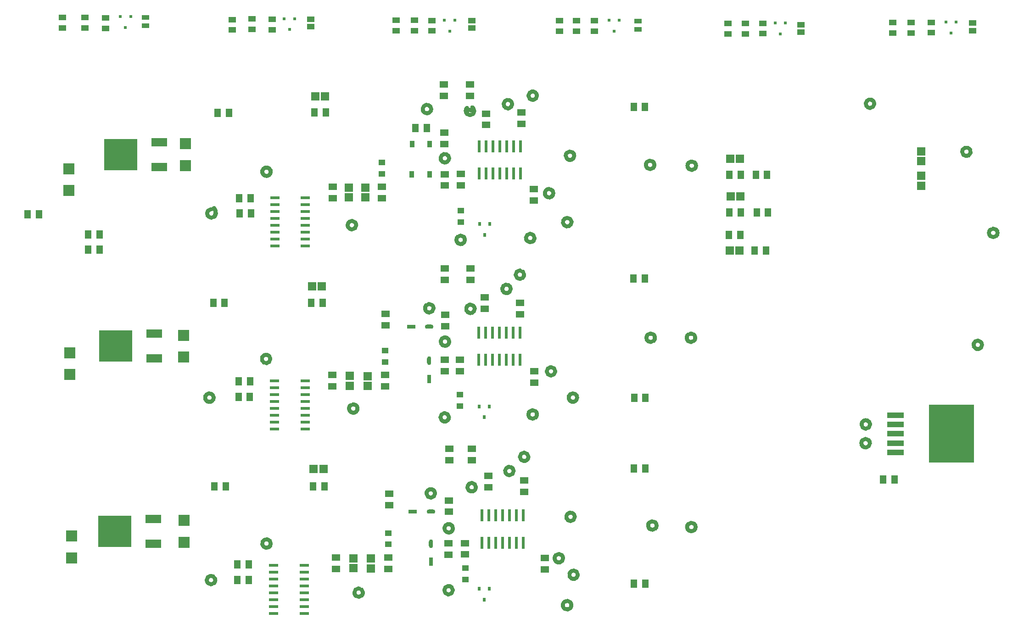
<source format=gtp>
G04*
G04 #@! TF.GenerationSoftware,Altium Limited,Altium Designer,21.6.4 (81)*
G04*
G04 Layer_Color=8421504*
%FSLAX44Y44*%
%MOMM*%
G71*
G04*
G04 #@! TF.SameCoordinates,237C1AA0-54E4-4B3D-89E3-81C07F55AAFC*
G04*
G04*
G04 #@! TF.FilePolarity,Positive*
G04*
G01*
G75*
%ADD16R,0.5000X0.6000*%
%ADD17R,0.5000X0.6000*%
%ADD18C,0.7620*%
%ADD19R,1.5082X1.2065*%
%ADD20R,0.5580X2.2700*%
%ADD21R,1.2065X1.5082*%
%ADD22R,1.5046X1.5562*%
%ADD23R,0.6000X0.7000*%
%ADD24R,0.9100X1.2200*%
G04:AMPARAMS|DCode=25|XSize=1.6071mm|YSize=0.7621mm|CornerRadius=0.3811mm|HoleSize=0mm|Usage=FLASHONLY|Rotation=0.000|XOffset=0mm|YOffset=0mm|HoleType=Round|Shape=RoundedRectangle|*
%AMROUNDEDRECTD25*
21,1,1.6071,0.0000,0,0,0.0*
21,1,0.8450,0.7621,0,0,0.0*
1,1,0.7621,0.4225,0.0000*
1,1,0.7621,-0.4225,0.0000*
1,1,0.7621,-0.4225,0.0000*
1,1,0.7621,0.4225,0.0000*
%
%ADD25ROUNDEDRECTD25*%
%ADD26R,1.6071X0.7621*%
G04:AMPARAMS|DCode=27|XSize=1.6071mm|YSize=0.7621mm|CornerRadius=0.3811mm|HoleSize=0mm|Usage=FLASHONLY|Rotation=90.000|XOffset=0mm|YOffset=0mm|HoleType=Round|Shape=RoundedRectangle|*
%AMROUNDEDRECTD27*
21,1,1.6071,0.0000,0,0,90.0*
21,1,0.8450,0.7621,0,0,90.0*
1,1,0.7621,0.0000,0.4225*
1,1,0.7621,0.0000,-0.4225*
1,1,0.7621,0.0000,-0.4225*
1,1,0.7621,0.0000,0.4225*
%
%ADD27ROUNDEDRECTD27*%
%ADD28R,0.7621X1.6071*%
%ADD29R,1.2000X1.1000*%
%ADD30R,1.4082X1.0065*%
%ADD31R,1.3500X0.9500*%
%ADD32R,1.3562X1.1046*%
%ADD33R,1.5562X1.5046*%
%ADD34R,8.3800X10.6600*%
%ADD35R,3.0500X1.0160*%
%ADD36R,1.6637X0.5588*%
%ADD37R,6.2000X5.8000*%
%ADD38R,3.0000X1.6000*%
%ADD39R,2.0000X2.0000*%
D16*
X826110Y1707995D02*
D03*
X807110D02*
D03*
X816610Y1687990D02*
D03*
X1128522Y1704087D02*
D03*
X1424026Y1701387D02*
D03*
X1405026D02*
D03*
X1414526Y1681386D02*
D03*
X1727200Y1701038D02*
D03*
X2033778Y1696212D02*
D03*
X2348840Y1697576D02*
D03*
X2339340Y1677576D02*
D03*
D17*
X1109522Y1704087D02*
D03*
X1119022Y1684086D02*
D03*
X1708200Y1701038D02*
D03*
X1717700Y1681038D02*
D03*
X2014778Y1696212D02*
D03*
X2024278Y1676212D02*
D03*
X2329840Y1697576D02*
D03*
D18*
X1567815Y1553992D02*
G03*
X1567942Y1553995I-127J7854D01*
G01*
X1559883Y1562735D02*
G03*
X1559833Y1561846I7805J-889D01*
G01*
D02*
G03*
X1562133Y1556292I7855J0D01*
G01*
D02*
G03*
X1567688Y1553991I5555J5555D01*
G01*
X1562437Y1567688D02*
G03*
X1559883Y1562735I5251J-5842D01*
G01*
X1566230Y1569565D02*
G03*
X1562437Y1567688I1458J-7719D01*
G01*
X1567688Y1553991D02*
G03*
X1567815Y1553992I-0J7855D01*
G01*
X1567942Y1553995D02*
G03*
X1568704Y1554057I-254J7851D01*
G01*
D02*
G03*
X1575543Y1561846I-1016J7789D01*
G01*
D02*
G03*
X1566230Y1569565I-7855J0D01*
G01*
X1631442Y1336529D02*
G03*
X1639297Y1328674I0J-7855D01*
G01*
X1639168Y1330091D02*
G03*
X1631442Y1336529I-7726J-1417D01*
G01*
X1639297Y1328674D02*
G03*
X1639295Y1328848I-7855J0D01*
G01*
Y1328848D02*
G03*
X1639168Y1330091I-7853J-174D01*
G01*
X1605769Y1382014D02*
G03*
X1604788Y1385816I-7855J0D01*
G01*
Y1385816D02*
G03*
X1597914Y1389869I-6874J-3802D01*
G01*
X1639043Y621792D02*
G03*
X1623469Y623250I-7855J0D01*
G01*
X1591768Y1386906D02*
G03*
X1605769Y1382014I6146J-4892D01*
G01*
X1597914Y1389869D02*
G03*
X1591768Y1386906I0J-7855D01*
G01*
X1623469Y623250D02*
G03*
X1623399Y620776I7719J-1458D01*
G01*
D02*
G03*
X1639043Y621792I7789J1016D01*
G01*
X1570971Y1299464D02*
G03*
X1563297Y1307317I-7855J0D01*
G01*
D02*
G03*
X1555304Y1300289I-181J-7853D01*
G01*
X1609325Y1053338D02*
G03*
X1601470Y1061193I-7855J0D01*
G01*
X1555304Y1300289D02*
G03*
X1570835Y1298006I7812J-825D01*
G01*
X1593615Y1053385D02*
G03*
X1601470Y1045483I7855J-47D01*
G01*
Y1061193D02*
G03*
X1593615Y1053385I0J-7855D01*
G01*
X1570835Y1298006D02*
G03*
X1570971Y1299464I-7719J1458D01*
G01*
X1601470Y1045483D02*
G03*
X1609325Y1053338I0J7855D01*
G01*
X1616964Y700617D02*
G03*
X1617980Y700818I-1016J7789D01*
G01*
X1615948Y700551D02*
G03*
X1616964Y700617I0J7855D01*
G01*
X1623803Y708406D02*
G03*
X1608100Y708755I-7855J0D01*
G01*
D02*
G03*
X1615948Y700551I7847J-349D01*
G01*
X1559795Y895604D02*
G03*
X1551940Y903459I-7855J0D01*
G01*
X1551813Y887750D02*
G03*
X1559795Y895604I127J7854D01*
G01*
X1551940Y903459D02*
G03*
X1544085Y895604I0J-7855D01*
G01*
D02*
G03*
X1551813Y887750I7855J0D01*
G01*
X1551921Y1231646D02*
G03*
X1544066Y1239501I-7855J0D01*
G01*
D02*
G03*
X1536211Y1231646I0J-7855D01*
G01*
X1544066Y1223791D02*
G03*
X1551567Y1229314I0J7855D01*
G01*
X1536211Y1231646D02*
G03*
X1544066Y1223791I7855J0D01*
G01*
X2189988Y1539259D02*
G03*
X2197839Y1546860I0J7855D01*
G01*
X2197843Y1547114D02*
G03*
X2189988Y1539259I-7855J0D01*
G01*
X1084561Y1421638D02*
G03*
X1084158Y1424122I-7855J0D01*
G01*
D02*
G03*
X1071152Y1427193I-7452J-2484D01*
G01*
D02*
G03*
X1084557Y1421384I5555J-5555D01*
G01*
D02*
G03*
X1084561Y1421638I-7851J254D01*
G01*
X1083799Y1076198D02*
G03*
X1081498Y1070643I-7855J0D01*
G01*
X2197839Y1546860D02*
G03*
X2197843Y1547114I-7851J254D01*
G01*
X2359937Y1458722D02*
G03*
X2359933Y1458468I7851J-254D01*
G01*
X2360919Y1462278D02*
G03*
X2359937Y1458722I6869J-3810D01*
G01*
X2359933Y1458468D02*
G03*
X2360919Y1462278I7855J0D01*
G01*
X1628667Y1451102D02*
G03*
X1630968Y1445547I7855J0D01*
G01*
D02*
G03*
X1644377Y1451102I5555J5555D01*
G01*
D02*
G03*
X1628667Y1451102I-7855J0D01*
G01*
X1617980Y700818D02*
G03*
X1623803Y708406I-2032J7588D01*
G01*
X1650981Y677926D02*
G03*
X1648681Y683481I-7855J0D01*
G01*
D02*
G03*
X1650944Y677164I-5555J-5555D01*
G01*
X1405382Y976357D02*
G03*
X1397527Y968600I0J-7855D01*
G01*
X1413237Y968502D02*
G03*
X1413236Y968662I-7855J0D01*
G01*
Y968662D02*
G03*
X1405382Y976357I-7854J-160D01*
G01*
X1397527Y968600D02*
G03*
X1397527Y968502I7855J-98D01*
G01*
X1404112Y960750D02*
G03*
X1413237Y968502I1270J7752D01*
G01*
X1397527D02*
G03*
X1399776Y963000I7855J0D01*
G01*
Y963000D02*
G03*
X1404112Y960750I5606J5502D01*
G01*
X1418049Y655057D02*
G03*
X1412240Y657354I-5555J-5555D01*
G01*
D02*
G03*
X1404639Y649570I254J-7851D01*
G01*
D02*
G03*
X1404639Y649503I7855J-67D01*
G01*
X1411570Y641702D02*
G03*
X1412240Y641652I924J7801D01*
G01*
X1404639Y649503D02*
G03*
X1411570Y641702I7855J0D01*
G01*
X1412240Y641652D02*
G03*
X1412475Y641648I254J7851D01*
G01*
D02*
G03*
X1412494Y641648I19J7855D01*
G01*
D02*
G03*
X1420345Y649229I0J7855D01*
G01*
X1420349Y649503D02*
G03*
X1420338Y649917I-7855J0D01*
G01*
D02*
G03*
X1418049Y655057I-7844J-414D01*
G01*
X1420345Y649229D02*
G03*
X1420348Y649358I-7850J273D01*
G01*
D02*
G03*
X1420349Y649503I-7854J145D01*
G01*
X1637538Y777005D02*
G03*
X1645393Y784860I0J7855D01*
G01*
D02*
G03*
X1637538Y777005I-7855J0D01*
G01*
X1575543Y973836D02*
G03*
X1559833Y973836I-7855J0D01*
G01*
D02*
G03*
X1575543Y973836I7855J0D01*
G01*
X1650944Y677164D02*
G03*
X1650981Y677926I-7818J762D01*
G01*
X1532617Y869442D02*
G03*
X1524762Y861587I-7855J0D01*
G01*
D02*
G03*
X1532617Y869442I0J7855D01*
G01*
X1463021Y839423D02*
G03*
X1463021Y839470I-7855J47D01*
G01*
X1455420Y847321D02*
G03*
X1463021Y839423I-254J-7851D01*
G01*
X1463021Y839470D02*
G03*
X1455420Y847321I-7855J0D01*
G01*
X1379728Y820185D02*
G03*
X1387583Y828040I0J7855D01*
G01*
X1371886Y827579D02*
G03*
X1379728Y820185I7842J461D01*
G01*
X1387583Y828040D02*
G03*
X1371886Y827579I-7855J0D01*
G01*
X1412494Y755927D02*
G03*
X1420603Y763778I254J7851D01*
G01*
D02*
G03*
X1412494Y755927I-7855J0D01*
G01*
X1551567Y1229314D02*
G03*
X1551921Y1231646I-7501J2332D01*
G01*
X1529823Y1546352D02*
G03*
X1521968Y1538497I-7855J0D01*
G01*
D02*
G03*
X1522984Y1538563I0J7855D01*
G01*
D02*
G03*
X1529823Y1546352I-1016J7789D01*
G01*
X1518920Y1197645D02*
G03*
X1525117Y1200068I508J7839D01*
G01*
X1527283Y1205484D02*
G03*
X1518920Y1197645I-7855J0D01*
G01*
X1648949Y1008198D02*
G03*
X1641856Y1012679I-7093J-3374D01*
G01*
X1649711Y1004824D02*
G03*
X1648949Y1008198I-7855J0D01*
G01*
X1641856Y1012679D02*
G03*
X1649711Y1004824I0J-7855D01*
G01*
X1081498Y1070643D02*
G03*
X1083799Y1076198I-5555J5555D01*
G01*
X1452257Y1535623D02*
G03*
X1452023Y1535672I-1176J-5015D01*
G01*
X1452257Y1535623D02*
G03*
X1452023Y1535672I-1176J-5015D01*
G01*
Y1526049D02*
G03*
X1457122Y1527928I0J7855D01*
G01*
X1452023Y1535672D02*
G03*
X1451944Y1535686I-942J-5064D01*
G01*
X1452023Y1535672D02*
G03*
X1451944Y1535686I-942J-5064D01*
G01*
X1451944Y1535686D02*
G03*
X1450259Y1535693I-862J-5078D01*
G01*
X1451944Y1535686D02*
G03*
X1450259Y1535693I-862J-5078D01*
G01*
X1446469Y1528349D02*
G03*
X1452023Y1526049I5555J5555D01*
G01*
X1445154Y1530094D02*
G03*
X1446469Y1528349I6869J3810D01*
G01*
X1460735Y1168654D02*
G03*
X1460731Y1168908I-7855J0D01*
G01*
X1460735Y1168559D02*
G03*
X1460735Y1168654I-7855J94D01*
G01*
X1458185Y1174447D02*
G03*
X1452880Y1176509I-5305J-5793D01*
G01*
X1460456Y1170730D02*
G03*
X1458185Y1174447I-7576J-2076D01*
G01*
X1460731Y1168908D02*
G03*
X1460456Y1170730I-7851J-254D01*
G01*
X1452880Y1176509D02*
G03*
X1451356Y1176360I0J-7855D01*
G01*
D02*
G03*
X1460735Y1168559I1524J-7706D01*
G01*
X2189968Y955168D02*
G03*
X2189901Y956325I-7854J126D01*
G01*
X2187668Y949740D02*
G03*
X2189968Y955168I-5555J5555D01*
G01*
X2181987Y947440D02*
G03*
X2187668Y949740I127J7854D01*
G01*
X2181987Y947440D02*
G03*
X2187668Y949740I127J7854D01*
G01*
X1226427Y1323561D02*
G03*
X1226405Y1323086I7832J-602D01*
G01*
D02*
G03*
X1226404Y1322959I7854J-127D01*
G01*
D02*
G03*
X1226461Y1322018I7855J0D01*
G01*
X1412425Y1442579D02*
G03*
X1413491Y1446530I-6789J3951D01*
G01*
X1405636Y1438675D02*
G03*
X1412425Y1442579I0J7855D01*
G01*
X1413491Y1446530D02*
G03*
X1405636Y1438675I-7855J0D01*
G01*
X979151Y1004824D02*
G03*
X979135Y1005332I-7855J0D01*
G01*
X974586Y1011957D02*
G03*
X970280Y1012613I-3290J-7133D01*
G01*
X979135Y1005332D02*
G03*
X974586Y1011957I-7839J-508D01*
G01*
X963507Y1005840D02*
G03*
X979151Y1004824I7789J-1016D01*
G01*
X970280Y1012613D02*
G03*
X963980Y1007684I1016J-7789D01*
G01*
D02*
G03*
X963507Y1005840I7316J-2860D01*
G01*
X1238777Y645086D02*
G03*
X1238793Y644652I7855J74D01*
G01*
X1254487Y645160D02*
G03*
X1238777Y645086I-7855J0D01*
G01*
X1238793Y644652D02*
G03*
X1254487Y645160I7839J508D01*
G01*
X982282Y1344676D02*
G03*
X982322Y1345057I-17772J2047D01*
G01*
X983171Y1344676D02*
G03*
X983190Y1344830I-11587J1554D01*
G01*
X983116Y1344310D02*
G03*
X983171Y1344676I-11532J1920D01*
G01*
X982236Y1344310D02*
G03*
X982282Y1344676I-17726J2412D01*
G01*
X982218Y1341374D02*
G03*
X983116Y1344310I-10634J4856D01*
G01*
X982218Y1344180D02*
G03*
X982236Y1344310I-17708J2543D01*
G01*
X980744Y1339207D02*
G03*
X980872Y1339342I-5638J5469D01*
G01*
X980744Y1339207D02*
G03*
X980872Y1339342I-5638J5469D01*
G01*
X980744Y1339207D02*
G03*
X980872Y1339342I-5638J5469D01*
G01*
X980744Y1339207D02*
G03*
X980872Y1339342I-5638J5469D01*
G01*
X980744Y1339207D02*
G03*
X980790Y1339307I-16234J7516D01*
G01*
X980744Y1339207D02*
G03*
X980790Y1339307I-16234J7516D01*
G01*
X980744Y1339207D02*
G03*
X980790Y1339307I-16234J7516D01*
G01*
X980744Y1339207D02*
G03*
X980790Y1339307I-16234J7516D01*
G01*
X980743Y1339205D02*
G03*
X980744Y1339207I-5637J5471D01*
G01*
X980743Y1339205D02*
G03*
X980744Y1339207I-5637J5471D01*
G01*
X980743Y1339205D02*
G03*
X980744Y1339207I-5637J5471D01*
G01*
X980743Y1339205D02*
G03*
X980744Y1339207I-5637J5471D01*
G01*
X980731Y1339179D02*
G03*
X980744Y1339207I-16221J7544D01*
G01*
X980731Y1339179D02*
G03*
X980744Y1339207I-16221J7544D01*
G01*
X980731Y1339179D02*
G03*
X980744Y1339207I-16221J7544D01*
G01*
X981283Y1352531D02*
G03*
X979850Y1354496I-6987J-3589D01*
G01*
X981283Y1352531D02*
G03*
X979850Y1354496I-6987J-3589D01*
G01*
X981431Y1352531D02*
G03*
X979850Y1354496I-9847J-6301D01*
G01*
X981283Y1352531D02*
G03*
X979850Y1354496I-6987J-3589D01*
G01*
X981283Y1352531D02*
G03*
X979850Y1354496I-6987J-3589D01*
G01*
X981431Y1352531D02*
G03*
X979850Y1354496I-9847J-6301D01*
G01*
X981431Y1352531D02*
G03*
X979850Y1354496I-9847J-6301D01*
G01*
X981431Y1352531D02*
G03*
X979850Y1354496I-9847J-6301D01*
G01*
X975106Y1352531D02*
G03*
X969551Y1350231I0J-7855D01*
G01*
X980731Y1339179D02*
G03*
X980744Y1339207I-16221J7544D01*
G01*
X969551Y1350231D02*
G03*
X967994Y1348011I5555J-5555D01*
G01*
D02*
G03*
X967262Y1345090I7112J-3335D01*
G01*
D02*
G03*
X967251Y1344676I7844J-414D01*
G01*
D02*
G03*
X967994Y1341341I7855J0D01*
G01*
X1442701Y1295908D02*
G03*
X1426991Y1295908I-7855J0D01*
G01*
X1437853Y1288651D02*
G03*
X1442701Y1295908I-3007J7257D01*
G01*
X1434846Y1288053D02*
G03*
X1437853Y1288651I0J7855D01*
G01*
X1429789Y1289897D02*
G03*
X1434846Y1288053I5056J6011D01*
G01*
X1426991Y1295908D02*
G03*
X1429789Y1289897I7855J0D01*
G01*
X1525117Y1200068D02*
G03*
X1527283Y1205484I-5689J5416D01*
G01*
X2189715Y920750D02*
G03*
X2189714Y920876I-7855J0D01*
G01*
X2174005Y920750D02*
G03*
X2182114Y912899I7855J0D01*
G01*
X2174005Y920842D02*
G03*
X2174005Y920750I7855J-92D01*
G01*
X2189714Y920876D02*
G03*
X2174005Y920842I-7854J-126D01*
G01*
X1376934Y1161815D02*
G03*
X1384789Y1169670I0J7855D01*
G01*
D02*
G03*
X1369079Y1169670I-7855J0D01*
G01*
X1369908Y1166157D02*
G03*
X1376934Y1161815I7026J3513D01*
G01*
X1369079Y1169670D02*
G03*
X1369908Y1166157I7855J0D01*
G01*
X1405636Y1100351D02*
G03*
X1413745Y1108202I254J7851D01*
G01*
D02*
G03*
X1405636Y1100351I-7855J0D01*
G01*
X1380471Y1537208D02*
G03*
X1372663Y1529353I-7855J0D01*
G01*
X1379737Y1533892D02*
G03*
X1380471Y1537208I-7121J3316D01*
G01*
X1372663Y1529353D02*
G03*
X1379737Y1533892I-47J7855D01*
G01*
X981948Y670246D02*
G03*
X973328Y676063I-7604J-1972D01*
G01*
X982198Y668401D02*
G03*
X981948Y670246I-7854J-127D01*
G01*
X982199Y668274D02*
G03*
X982198Y668401I-7855J0D01*
G01*
X973328Y676063D02*
G03*
X966529Y669069I1016J-7789D01*
G01*
X966529Y669069D02*
G03*
X966489Y668274I7815J-795D01*
G01*
D02*
G03*
X982190Y667893I7855J0D01*
G01*
X1459878Y1533904D02*
G03*
X1459878Y1533984I-7855J0D01*
G01*
D02*
G03*
X1458014Y1538984I-7855J-80D01*
G01*
X1458892Y1530094D02*
G03*
X1459878Y1533904I-6869J3810D01*
G01*
X1454119Y1536188D02*
G03*
X1454118Y1536188I3186J-6922D01*
G01*
X1444168Y1533904D02*
G03*
X1444176Y1533555I7855J0D01*
G01*
X1444168Y1533904D02*
G03*
X1444176Y1533555I7855J0D01*
G01*
X1444176Y1533555D02*
G03*
X1445154Y1530094I7847J349D01*
G01*
X1457578Y1528349D02*
G03*
X1458892Y1530094I-5555J5555D01*
G01*
X1457574Y1528345D02*
G03*
X1457578Y1528349I-5550J5559D01*
G01*
X1457122Y1527928D02*
G03*
X1457574Y1528345I-5099J5975D01*
G01*
X1458014Y1538984D02*
G03*
X1457578Y1539458I-5991J-5080D01*
G01*
X1444175Y1534238D02*
G03*
X1444168Y1533904I7848J-334D01*
G01*
X1444175Y1534238D02*
G03*
X1444168Y1533904I7848J-334D01*
G01*
X1450259Y1535693D02*
G03*
X1447439Y1534250I822J-5085D01*
G01*
X1444622Y1536536D02*
G03*
X1444175Y1534238I7401J-2632D01*
G01*
X1444622Y1536536D02*
G03*
X1444175Y1534238I7401J-2632D01*
G01*
X1453896Y1534922D02*
G03*
X1452747Y1535482I-2815J-4314D01*
G01*
X1452747D02*
G03*
X1452257Y1535623I-1666J-4874D01*
G01*
X1457577Y1539458D02*
G03*
X1456849Y1540102I-5554J-5555D01*
G01*
D02*
G03*
X1456647Y1540254I-4826J-6198D01*
G01*
D02*
G03*
X1456468Y1540381I-4624J-6350D01*
G01*
X1456467Y1540381D02*
G03*
X1456316Y1540482I-4444J-6477D01*
G01*
X1446469Y1539458D02*
G03*
X1445154Y1537714I5555J-5554D01*
G01*
X1446469Y1539458D02*
G03*
X1445154Y1537714I5555J-5554D01*
G01*
X1445154Y1537714D02*
G03*
X1445153Y1537712I6870J-3810D01*
G01*
X1445154Y1537714D02*
G03*
X1445153Y1537712I6870J-3810D01*
G01*
Y1537712D02*
G03*
X1444622Y1536536I6870J-3808D01*
G01*
X1445153Y1537712D02*
G03*
X1444622Y1536536I6870J-3808D01*
G01*
X1445154Y1537714D02*
G03*
X1444622Y1536536I6870J-3810D01*
G01*
X1445154Y1537714D02*
G03*
X1444622Y1536536I6870J-3810D01*
G01*
X1452747Y1535482D02*
G03*
X1452257Y1535623I-1666J-4874D01*
G01*
X1453896Y1534922D02*
G03*
X1452747Y1535482I-2815J-4314D01*
G01*
X1450259Y1535693D02*
G03*
X1447439Y1534250I822J-5085D01*
G01*
X1796269Y768858D02*
G03*
X1796269Y768858I-7855J0D01*
G01*
X1868913Y1432814D02*
G03*
X1868913Y1432814I-7855J0D01*
G01*
X1792205Y1434338D02*
G03*
X1792205Y1434338I-7855J0D01*
G01*
X1867501Y1115314D02*
G03*
X1867501Y1115314I-7855J0D01*
G01*
X1793221D02*
G03*
X1793221Y1115314I-7855J0D01*
G01*
X1868207Y766008D02*
G03*
X1868207Y766008I-7855J0D01*
G01*
X2189706Y920369D02*
G03*
X2189715Y920750I-7846J381D01*
G01*
X2182114Y912899D02*
G03*
X2189706Y920369I-254J7851D01*
G01*
X2181987Y963148D02*
G03*
X2180206Y962914I127J-7854D01*
G01*
X2182114Y963149D02*
G03*
X2181987Y963148I0J-7855D01*
G01*
X2178304Y962163D02*
G03*
X2174259Y955294I3810J-6869D01*
G01*
X2180206Y962914D02*
G03*
X2178304Y962163I1908J-7620D01*
G01*
X2189901Y956325D02*
G03*
X2185427Y962417I-7787J-1031D01*
G01*
D02*
G03*
X2182114Y963149I-3313J-7123D01*
G01*
X2174259Y955294D02*
G03*
X2181987Y947440I7855J0D01*
G01*
X2174259Y955294D02*
G03*
X2181987Y947440I7855J0D01*
G01*
X983190Y1344830D02*
G03*
X983215Y1345057I-11606J1400D01*
G01*
X982322D02*
G03*
X982218Y1349265I-17812J1666D01*
G01*
X983215Y1345057D02*
G03*
X983249Y1345453I-11632J1173D01*
G01*
X982190Y667893D02*
G03*
X982199Y668274I-7846J381D01*
G01*
X1084561Y735584D02*
G03*
X1081133Y729095I-7855J0D01*
G01*
D02*
G03*
X1084561Y735584I-4427J6489D01*
G01*
X1228875Y985012D02*
G03*
X1244581Y984758I7851J-254D01*
G01*
D02*
G03*
X1228875Y985012I-7855J0D01*
G01*
X1242026Y1324139D02*
G03*
X1241911Y1324737I-7766J-1180D01*
G01*
X1240838Y1327252D02*
G03*
X1239885Y1328441I-6579J-4293D01*
G01*
X1242049Y1323975D02*
G03*
X1242026Y1324139I-7789J-1016D01*
G01*
X1226553Y1321435D02*
G03*
X1226918Y1320165I7706J1524D01*
G01*
X1226470Y1321943D02*
G03*
X1226508Y1321689I7789J1016D01*
G01*
D02*
G03*
X1226553Y1321435I7752J1270D01*
G01*
X1234513Y1330810D02*
G03*
X1234259Y1330814I-254J-7851D01*
G01*
D02*
G03*
X1229496Y1329205I0J-7855D01*
G01*
X1226918Y1320165D02*
G03*
X1227022Y1319906I7341J2794D01*
G01*
X1229496Y1329205D02*
G03*
X1227390Y1326769I4763J-6246D01*
G01*
D02*
G03*
X1227022Y1326012I6869J-3810D01*
G01*
D02*
G03*
X1227020Y1326007I7238J-3052D01*
G01*
D02*
G03*
X1226427Y1323561I7240J-3048D01*
G01*
X1242115Y1322959D02*
G03*
X1242049Y1323975I-7855J0D01*
G01*
X1241775Y1325245D02*
G03*
X1241129Y1326769I-7515J-2286D01*
G01*
D02*
G03*
X1240838Y1327252I-6869J-3810D01*
G01*
X1226461Y1322018D02*
G03*
X1226470Y1321943I7799J941D01*
G01*
X1227022Y1319906D02*
G03*
X1234259Y1315104I7238J3053D01*
G01*
D02*
G03*
X1242115Y1322959I0J7855D01*
G01*
X1239814Y1328513D02*
G03*
X1234513Y1330810I-5555J-5555D01*
G01*
X1241847Y1324991D02*
G03*
X1241775Y1325245I-7588J-2032D01*
G01*
X1241911Y1324737D02*
G03*
X1241847Y1324991I-7651J-1778D01*
G01*
X1239885Y1328441D02*
G03*
X1239814Y1328513I-5626J-5482D01*
G01*
X982213Y1341363D02*
G03*
X982218Y1341373I-10630J4866D01*
G01*
X981578Y1341363D02*
G03*
X982218Y1344180I-17068J5359D01*
G01*
Y1341341D02*
G03*
X982228Y1341363I-7112J3335D01*
G01*
X981461Y1341003D02*
G03*
X981578Y1341363I-16951J5720D01*
G01*
X982187Y1341306D02*
G03*
X982213Y1341363I-10603J4923D01*
G01*
X982199Y1341300D02*
G03*
X982218Y1341341I-7093J3376D01*
G01*
X982184Y1341300D02*
G03*
X982187Y1341306I-10600J4930D01*
G01*
X982218Y1351086D02*
G03*
X981431Y1352531I-10634J-4857D01*
G01*
X982237Y1351045D02*
G03*
X982218Y1351086I-10653J-4815D01*
G01*
Y1349265D02*
G03*
X981956Y1350680I-17708J-2543D01*
G01*
X982188Y1341278D02*
G03*
X982199Y1341300I-7082J3398D01*
G01*
X983249Y1345453D02*
G03*
X982237Y1351045I-11665J777D01*
G01*
X980152Y1338656D02*
G03*
X980236Y1338727I-5046J6020D01*
G01*
X969340Y1339342D02*
G03*
X980152Y1338656I5767J5334D01*
G01*
X980714Y1339176D02*
G03*
X980717Y1339178I-5608J5500D01*
G01*
X980660Y1339122D02*
G03*
X980714Y1339176I-5555J5554D01*
G01*
X981956Y1350680D02*
G03*
X981283Y1352531I-7660J-1738D01*
G01*
X967994Y1341341D02*
G03*
X969340Y1339342I7112J3335D01*
G01*
X980717Y1339178D02*
G03*
X980741Y1339203I-5611J5497D01*
G01*
X981086Y1339995D02*
G03*
X981461Y1341003I-16576J6728D01*
G01*
X980952Y1339673D02*
G03*
X981086Y1339995I-16442J7050D01*
G01*
X980741Y1339203D02*
G03*
X980743Y1339205I-5635J5473D01*
G01*
X981701Y1340408D02*
G03*
X982188Y1341278I-6595J4268D01*
G01*
X980236Y1338727D02*
G03*
X980660Y1339122I-5130J5949D01*
G01*
X980790Y1339307D02*
G03*
X980952Y1339673I-16280J7415D01*
G01*
X980872Y1339342D02*
G03*
X981701Y1340408I-5767J5334D01*
G01*
X2425173Y1308862D02*
G03*
X2425173Y1308862I-7855J0D01*
G01*
X2394171Y1107661D02*
G03*
X2396471Y1102106I-5555J-5555D01*
G01*
X2395739Y1105419D02*
G03*
X2394171Y1107661I-7123J-3313D01*
G01*
X2396471Y1102106D02*
G03*
X2395739Y1105419I-7855J0D01*
G01*
D19*
X1481328Y1528920D02*
D03*
X1546860Y1530952D02*
D03*
Y1509935D02*
D03*
X1569720Y1389982D02*
D03*
X1570990Y1053432D02*
D03*
X1302766Y827118D02*
D03*
Y806101D02*
D03*
X1405636Y1396143D02*
D03*
Y1417160D02*
D03*
X1405382Y1053497D02*
D03*
Y1074514D02*
D03*
X1412240Y715170D02*
D03*
Y736187D02*
D03*
X1569720Y1368965D02*
D03*
X1570990Y1032415D02*
D03*
X1589786Y688245D02*
D03*
Y709262D02*
D03*
X1404366Y1472598D02*
D03*
Y1493615D02*
D03*
X1455674Y910430D02*
D03*
Y889413D02*
D03*
X1442974Y736441D02*
D03*
Y715424D02*
D03*
X1435354Y1417415D02*
D03*
Y1396398D02*
D03*
X1544066Y1179924D02*
D03*
Y1158907D02*
D03*
X1406398Y1157572D02*
D03*
Y1136555D02*
D03*
X1405382Y1243425D02*
D03*
Y1222408D02*
D03*
X1479296Y1189482D02*
D03*
Y1168465D02*
D03*
X1452880Y1243330D02*
D03*
Y1222313D02*
D03*
X1433068Y1074514D02*
D03*
Y1053497D02*
D03*
X1551686Y851757D02*
D03*
Y830740D02*
D03*
X1413256Y815181D02*
D03*
Y794164D02*
D03*
X1414018Y910431D02*
D03*
Y889414D02*
D03*
X1485646Y860393D02*
D03*
Y839376D02*
D03*
X1300988Y688754D02*
D03*
Y709771D02*
D03*
X1205230Y688594D02*
D03*
Y709611D02*
D03*
X1198372Y1025811D02*
D03*
Y1046829D02*
D03*
X1295146Y1025557D02*
D03*
Y1046574D02*
D03*
X1289304Y1372776D02*
D03*
Y1393793D02*
D03*
X1481328Y1507903D02*
D03*
X1451864Y1561497D02*
D03*
Y1582514D02*
D03*
X1296162Y1138080D02*
D03*
Y1159097D02*
D03*
X1403858Y1582514D02*
D03*
Y1561497D02*
D03*
X1198626Y1394206D02*
D03*
Y1373189D02*
D03*
D20*
X1545082Y1468620D02*
D03*
X1532382D02*
D03*
X1545082Y1418344D02*
D03*
X1544320Y1074420D02*
D03*
X1531620D02*
D03*
X1518920D02*
D03*
X1506220D02*
D03*
X1493520D02*
D03*
X1480820D02*
D03*
X1468120D02*
D03*
Y1124696D02*
D03*
X1480820D02*
D03*
X1493520D02*
D03*
X1506220D02*
D03*
X1518920D02*
D03*
X1531620D02*
D03*
X1544320D02*
D03*
X1550670Y737124D02*
D03*
X1537970D02*
D03*
X1525270D02*
D03*
X1512570D02*
D03*
X1499870D02*
D03*
X1487170D02*
D03*
X1474470D02*
D03*
Y787400D02*
D03*
X1487170D02*
D03*
X1499870D02*
D03*
X1512570D02*
D03*
X1525270D02*
D03*
X1537970D02*
D03*
X1550670D02*
D03*
X1519682Y1468620D02*
D03*
X1506982D02*
D03*
X1494282D02*
D03*
X1481582D02*
D03*
X1468882D02*
D03*
Y1418344D02*
D03*
X1481582D02*
D03*
X1494282D02*
D03*
X1506982D02*
D03*
X1519682D02*
D03*
X1532382D02*
D03*
D21*
X1979168Y1416050D02*
D03*
X1997805Y1276350D02*
D03*
X1976788D02*
D03*
X2001868Y1346708D02*
D03*
X1980851D02*
D03*
X1950720Y1305306D02*
D03*
X1929703D02*
D03*
X1951830Y1346200D02*
D03*
X1930813D02*
D03*
X1930305Y1416304D02*
D03*
X1951322D02*
D03*
X2000185Y1416050D02*
D03*
X657098Y1343406D02*
D03*
X636081D02*
D03*
X748030Y1277620D02*
D03*
X769047D02*
D03*
X748030Y1305560D02*
D03*
X769047D02*
D03*
X1372711Y1501902D02*
D03*
X1351694D02*
D03*
X1754030Y1541272D02*
D03*
X1775047D02*
D03*
X1754538Y661924D02*
D03*
X1775555D02*
D03*
X1753522Y1224280D02*
D03*
X1774539D02*
D03*
X1754886Y1004316D02*
D03*
X1775903D02*
D03*
X1754632Y873760D02*
D03*
X1775649D02*
D03*
X2235294Y853694D02*
D03*
X2214277D02*
D03*
X1186021Y1530858D02*
D03*
X1165004D02*
D03*
X986282Y1530096D02*
D03*
X1007299D02*
D03*
X978408Y1179322D02*
D03*
X999425D02*
D03*
X1179924Y1179830D02*
D03*
X1158907D02*
D03*
X980854Y840994D02*
D03*
X1001870D02*
D03*
X1183735D02*
D03*
X1162718D02*
D03*
X1026573Y1372870D02*
D03*
X1047590D02*
D03*
X1047844Y1344676D02*
D03*
X1026827D02*
D03*
X1046067Y1005840D02*
D03*
X1025050D02*
D03*
X1046480Y1035050D02*
D03*
X1025463D02*
D03*
X1043940Y668528D02*
D03*
X1022923D02*
D03*
X1043686Y696722D02*
D03*
X1022669D02*
D03*
D22*
X1931044Y1276350D02*
D03*
X1949060D02*
D03*
X1932196Y1445514D02*
D03*
X1950212D02*
D03*
X1932704Y1376426D02*
D03*
X1950720D02*
D03*
X1166876Y1561084D02*
D03*
X1184892D02*
D03*
X1160544Y1210310D02*
D03*
X1178560D02*
D03*
X1163592Y872998D02*
D03*
X1181608D02*
D03*
D23*
X1488542Y1324958D02*
D03*
X1469542D02*
D03*
X1479042Y1304958D02*
D03*
X1487780Y651858D02*
D03*
X1468780D02*
D03*
X1478280Y631858D02*
D03*
X1488034Y988662D02*
D03*
X1469034D02*
D03*
X1478534Y968662D02*
D03*
D24*
X1345090Y1472438D02*
D03*
X1377790D02*
D03*
X1344836Y1416812D02*
D03*
X1377536D02*
D03*
D25*
X1376925Y1135888D02*
D03*
X1379728Y794766D02*
D03*
D26*
X1343415Y1135888D02*
D03*
X1346217Y794766D02*
D03*
D27*
X1376680Y1072887D02*
D03*
X1380490Y735575D02*
D03*
D28*
X1376680Y1039377D02*
D03*
X1380490Y702065D02*
D03*
D29*
X1435354Y1329096D02*
D03*
Y1350096D02*
D03*
X1433322Y989158D02*
D03*
Y1010158D02*
D03*
X1443482Y669204D02*
D03*
Y690204D02*
D03*
X1301496Y754974D02*
D03*
Y733974D02*
D03*
X1295654Y1091524D02*
D03*
Y1070524D02*
D03*
X1289812Y1417742D02*
D03*
Y1438742D02*
D03*
D30*
X700532Y1686957D02*
D03*
Y1705975D02*
D03*
X741426D02*
D03*
Y1686957D02*
D03*
X779526Y1705467D02*
D03*
Y1686449D02*
D03*
X1086866Y1702927D02*
D03*
Y1683909D02*
D03*
X1049782Y1703689D02*
D03*
Y1684671D02*
D03*
X1013206Y1683401D02*
D03*
Y1702419D02*
D03*
X1382014Y1700641D02*
D03*
Y1681623D02*
D03*
X1349248Y1701149D02*
D03*
Y1682131D02*
D03*
X1315974Y1681877D02*
D03*
Y1700895D02*
D03*
X1681226Y1700133D02*
D03*
Y1681115D02*
D03*
X1648714Y1700133D02*
D03*
Y1681115D02*
D03*
X1616964D02*
D03*
Y1700133D02*
D03*
X1927606Y1676035D02*
D03*
Y1695053D02*
D03*
X1992376Y1695561D02*
D03*
Y1676543D02*
D03*
X1960372Y1695307D02*
D03*
Y1676289D02*
D03*
X2231644Y1677670D02*
D03*
Y1696687D02*
D03*
X2265934Y1696831D02*
D03*
Y1677813D02*
D03*
X2302764Y1697085D02*
D03*
Y1678067D02*
D03*
D31*
X853694Y1691506D02*
D03*
Y1706506D02*
D03*
X1761744Y1684648D02*
D03*
Y1699648D02*
D03*
D32*
X1157986Y1689204D02*
D03*
Y1703220D02*
D03*
X1455674Y1686768D02*
D03*
Y1700784D02*
D03*
X2062480Y1679044D02*
D03*
Y1693060D02*
D03*
X2378964Y1682092D02*
D03*
Y1696108D02*
D03*
D33*
X2284222Y1458976D02*
D03*
Y1440960D02*
D03*
Y1395866D02*
D03*
Y1413882D02*
D03*
X1269238Y689746D02*
D03*
Y707762D02*
D03*
X1236726Y708152D02*
D03*
Y690136D02*
D03*
X1230376Y1026804D02*
D03*
Y1044820D02*
D03*
X1263142Y1044566D02*
D03*
Y1026550D02*
D03*
X1228852Y1392546D02*
D03*
Y1374530D02*
D03*
X1259078Y1392546D02*
D03*
Y1374530D02*
D03*
D34*
X2339948Y938022D02*
D03*
D35*
X2236898Y972062D02*
D03*
Y955042D02*
D03*
Y938022D02*
D03*
Y921002D02*
D03*
Y903982D02*
D03*
D36*
X1147889Y946658D02*
D03*
Y959358D02*
D03*
Y972058D02*
D03*
Y984758D02*
D03*
Y997458D02*
D03*
Y1010158D02*
D03*
Y1022858D02*
D03*
Y1035558D02*
D03*
X1091375D02*
D03*
Y1022858D02*
D03*
Y1010158D02*
D03*
Y997458D02*
D03*
Y984758D02*
D03*
Y972058D02*
D03*
Y959358D02*
D03*
Y946658D02*
D03*
X1146429Y606552D02*
D03*
Y619252D02*
D03*
Y631952D02*
D03*
Y644652D02*
D03*
Y657352D02*
D03*
Y670052D02*
D03*
Y682752D02*
D03*
Y695452D02*
D03*
X1089914D02*
D03*
Y682752D02*
D03*
Y670052D02*
D03*
Y657352D02*
D03*
Y644652D02*
D03*
Y631952D02*
D03*
Y619252D02*
D03*
Y606552D02*
D03*
X1091882Y1284986D02*
D03*
Y1297686D02*
D03*
Y1310386D02*
D03*
Y1323086D02*
D03*
Y1335786D02*
D03*
Y1348486D02*
D03*
Y1361186D02*
D03*
Y1373886D02*
D03*
X1148398D02*
D03*
Y1361186D02*
D03*
Y1348486D02*
D03*
Y1335786D02*
D03*
Y1323086D02*
D03*
Y1310386D02*
D03*
Y1297686D02*
D03*
Y1284986D02*
D03*
D37*
X796544Y758190D02*
D03*
X798830Y1100074D02*
D03*
X807720Y1453388D02*
D03*
D38*
X867444Y735340D02*
D03*
Y781040D02*
D03*
X869730Y1077224D02*
D03*
Y1122924D02*
D03*
X878620Y1476238D02*
D03*
Y1430538D02*
D03*
D39*
X711962Y1426906D02*
D03*
Y1386906D02*
D03*
X924560Y738190D02*
D03*
Y778190D02*
D03*
X716788Y749234D02*
D03*
Y709234D02*
D03*
X924052Y1079566D02*
D03*
Y1119566D02*
D03*
X926846Y1433134D02*
D03*
Y1473134D02*
D03*
X713740Y1087308D02*
D03*
Y1047308D02*
D03*
M02*

</source>
